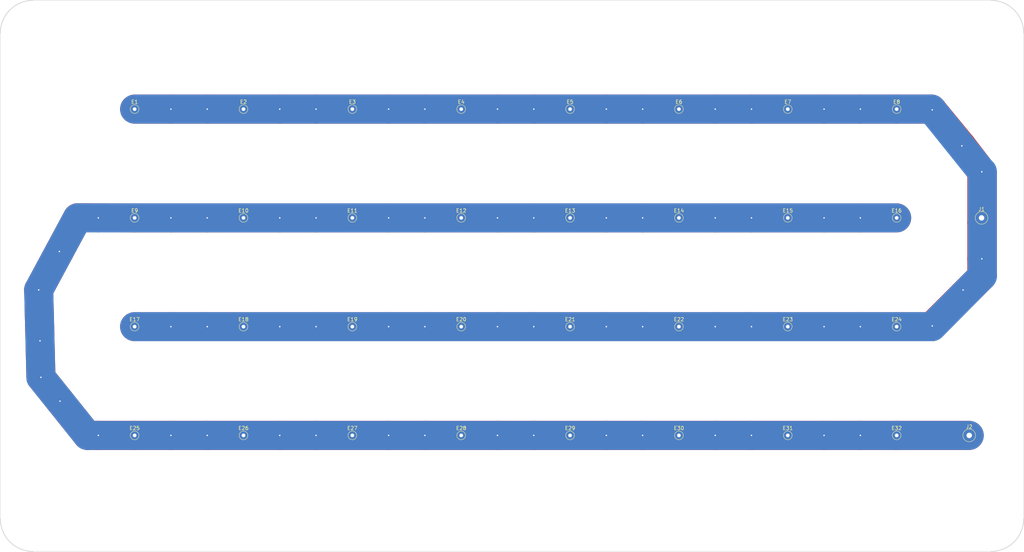
<source format=kicad_pcb>
(kicad_pcb (version 20211014) (generator pcbnew)
  (layers (0 "F.Cu" signal) (31 "B.Cu" signal) (34 "B.Paste" user) (35 "F.Paste" user) (36 "B.SilkS" user "B.Silkscreen") (37 "F.SilkS" user "F.Silkscreen") (38 "B.Mask" user) (39 "F.Mask" user) (44 "Edge.Cuts" user))
  (net 0 "")
  (net 1 "/HV_POS")
  (net 2 "/HV_NEG")
  (footprint "TestPoint:TestPoint_THTPad_D2.0mm_Drill1.0mm" (layer "F.Cu") (at 217 60)
    (fp_text reference "E6" (at 0 -1.998) (layer "F.SilkS"))
    (fp_text value "TestPoint")
    (fp_circle (center 0 0) (end 0 1.2) (layer "F.SilkS") (width 0.12) (fill none))
    (pad "1" thru_hole circle (at 0 0) (size 2 2) (drill 1) (layers *.Cu *.Mask) (net 1 "/HV_POS"))
  )
  (footprint "TestPoint:TestPoint_THTPad_D2.0mm_Drill1.0mm" (layer "F.Cu") (at 67 90)
    (fp_text reference "E9" (at 0 -1.998) (layer "F.SilkS"))
    (fp_text value "TestPoint")
    (fp_circle (center 0 0) (end 0 1.2) (layer "F.SilkS") (width 0.12) (fill none))
    (pad "1" thru_hole circle (at 0 0) (size 2 2) (drill 1) (layers *.Cu *.Mask) (net 2 "/HV_NEG"))
  )
  (footprint "TestPoint:TestPoint_THTPad_D2.0mm_Drill1.0mm" (layer "F.Cu") (at 247 90)
    (fp_text reference "E15" (at 0 -1.998) (layer "F.SilkS"))
    (fp_text value "TestPoint")
    (fp_circle (center 0 0) (end 0 1.2) (layer "F.SilkS") (width 0.12) (fill none))
    (pad "1" thru_hole circle (at 0 0) (size 2 2) (drill 1) (layers *.Cu *.Mask) (net 2 "/HV_NEG"))
  )
  (footprint "TestPoint:TestPoint_THTPad_D2.0mm_Drill1.0mm" (layer "F.Cu") (at 187 150)
    (fp_text reference "E29" (at 0 -1.998) (layer "F.SilkS"))
    (fp_text value "TestPoint")
    (fp_circle (center 0 0) (end 0 1.2) (layer "F.SilkS") (width 0.12) (fill none))
    (pad "1" thru_hole circle (at 0 0) (size 2 2) (drill 1) (layers *.Cu *.Mask) (net 2 "/HV_NEG"))
  )
  (footprint "TestPoint:TestPoint_THTPad_D2.0mm_Drill1.0mm" (layer "F.Cu") (at 217 90)
    (fp_text reference "E14" (at 0 -1.998) (layer "F.SilkS"))
    (fp_text value "TestPoint")
    (fp_circle (center 0 0) (end 0 1.2) (layer "F.SilkS") (width 0.12) (fill none))
    (pad "1" thru_hole circle (at 0 0) (size 2 2) (drill 1) (layers *.Cu *.Mask) (net 2 "/HV_NEG"))
  )
  (footprint "TestPoint:TestPoint_THTPad_D3.0mm_Drill1.5mm" (layer "F.Cu") (at 297 150)
    (fp_text reference "J2" (at 0 -2.398) (layer "F.SilkS"))
    (fp_text value "TestPoint")
    (fp_circle (center 0 0) (end 0 1.75) (layer "F.SilkS") (width 0.12) (fill none))
    (pad "1" thru_hole circle (at 0 0) (size 3 3) (drill 1.5) (layers *.Cu *.Mask) (net 2 "/HV_NEG"))
  )
  (footprint "TestPoint:TestPoint_THTPad_D2.0mm_Drill1.0mm" (layer "F.Cu") (at 277 120)
    (fp_text reference "E24" (at 0 -1.998) (layer "F.SilkS"))
    (fp_text value "TestPoint")
    (fp_circle (center 0 0) (end 0 1.2) (layer "F.SilkS") (width 0.12) (fill none))
    (pad "1" thru_hole circle (at 0 0) (size 2 2) (drill 1) (layers *.Cu *.Mask) (net 1 "/HV_POS"))
  )
  (footprint "TestPoint:TestPoint_THTPad_D2.0mm_Drill1.0mm" (layer "F.Cu") (at 97 120)
    (fp_text reference "E18" (at 0 -1.998) (layer "F.SilkS"))
    (fp_text value "TestPoint")
    (fp_circle (center 0 0) (end 0 1.2) (layer "F.SilkS") (width 0.12) (fill none))
    (pad "1" thru_hole circle (at 0 0) (size 2 2) (drill 1) (layers *.Cu *.Mask) (net 1 "/HV_POS"))
  )
  (footprint "TestPoint:TestPoint_THTPad_D2.0mm_Drill1.0mm" (layer "F.Cu") (at 127 90)
    (fp_text reference "E11" (at 0 -1.998) (layer "F.SilkS"))
    (fp_text value "TestPoint")
    (fp_circle (center 0 0) (end 0 1.2) (layer "F.SilkS") (width 0.12) (fill none))
    (pad "1" thru_hole circle (at 0 0) (size 2 2) (drill 1) (layers *.Cu *.Mask) (net 2 "/HV_NEG"))
  )
  (footprint "TestPoint:TestPoint_THTPad_D2.0mm_Drill1.0mm" (layer "F.Cu") (at 247 120)
    (fp_text reference "E23" (at 0 -1.998) (layer "F.SilkS"))
    (fp_text value "TestPoint")
    (fp_circle (center 0 0) (end 0 1.2) (layer "F.SilkS") (width 0.12) (fill none))
    (pad "1" thru_hole circle (at 0 0) (size 2 2) (drill 1) (layers *.Cu *.Mask) (net 1 "/HV_POS"))
  )
  (footprint "TestPoint:TestPoint_THTPad_D2.0mm_Drill1.0mm" (layer "F.Cu") (at 157 90)
    (fp_text reference "E12" (at 0 -1.998) (layer "F.SilkS"))
    (fp_text value "TestPoint")
    (fp_circle (center 0 0) (end 0 1.2) (layer "F.SilkS") (width 0.12) (fill none))
    (pad "1" thru_hole circle (at 0 0) (size 2 2) (drill 1) (layers *.Cu *.Mask) (net 2 "/HV_NEG"))
  )
  (footprint "TestPoint:TestPoint_THTPad_D3.0mm_Drill1.5mm" (layer "F.Cu") (at 300.398402 90)
    (fp_text reference "J1" (at 0 -2.398) (layer "F.SilkS"))
    (fp_text value "TestPoint")
    (fp_circle (center 0 0) (end 0 1.75) (layer "F.SilkS") (width 0.12) (fill none))
    (pad "1" thru_hole circle (at 0 0) (size 3 3) (drill 1.5) (layers *.Cu *.Mask) (net 1 "/HV_POS"))
  )
  (footprint "TestPoint:TestPoint_THTPad_D2.0mm_Drill1.0mm" (layer "F.Cu") (at 157 60)
    (fp_text reference "E4" (at 0 -1.998) (layer "F.SilkS"))
    (fp_text value "TestPoint")
    (fp_circle (center 0 0) (end 0 1.2) (layer "F.SilkS") (width 0.12) (fill none))
    (pad "1" thru_hole circle (at 0 0) (size 2 2) (drill 1) (layers *.Cu *.Mask) (net 1 "/HV_POS"))
  )
  (footprint "TestPoint:TestPoint_THTPad_D2.0mm_Drill1.0mm" (layer "F.Cu") (at 67 60)
    (fp_text reference "E1" (at 0 -1.998) (layer "F.SilkS"))
    (fp_text value "TestPoint")
    (fp_circle (center 0 0) (end 0 1.2) (layer "F.SilkS") (width 0.12) (fill none))
    (pad "1" thru_hole circle (at 0 0) (size 2 2) (drill 1) (layers *.Cu *.Mask) (net 1 "/HV_POS"))
  )
  (footprint "TestPoint:TestPoint_THTPad_D2.0mm_Drill1.0mm" (layer "F.Cu") (at 97 90)
    (fp_text reference "E10" (at 0 -1.998) (layer "F.SilkS"))
    (fp_text value "TestPoint")
    (fp_circle (center 0 0) (end 0 1.2) (layer "F.SilkS") (width 0.12) (fill none))
    (pad "1" thru_hole circle (at 0 0) (size 2 2) (drill 1) (layers *.Cu *.Mask) (net 2 "/HV_NEG"))
  )
  (footprint "TestPoint:TestPoint_THTPad_D2.0mm_Drill1.0mm" (layer "F.Cu") (at 277 150)
    (fp_text reference "E32" (at 0 -1.998) (layer "F.SilkS"))
    (fp_text value "TestPoint")
    (fp_circle (center 0 0) (end 0 1.2) (layer "F.SilkS") (width 0.12) (fill none))
    (pad "1" thru_hole circle (at 0 0) (size 2 2) (drill 1) (layers *.Cu *.Mask) (net 2 "/HV_NEG"))
  )
  (footprint "TestPoint:TestPoint_THTPad_D2.0mm_Drill1.0mm" (layer "F.Cu") (at 217 120)
    (fp_text reference "E22" (at 0 -1.998) (layer "F.SilkS"))
    (fp_text value "TestPoint")
    (fp_circle (center 0 0) (end 0 1.2) (layer "F.SilkS") (width 0.12) (fill none))
    (pad "1" thru_hole circle (at 0 0) (size 2 2) (drill 1) (layers *.Cu *.Mask) (net 1 "/HV_POS"))
  )
  (footprint "TestPoint:TestPoint_THTPad_D2.0mm_Drill1.0mm" (layer "F.Cu") (at 217 150)
    (fp_text reference "E30" (at 0 -1.998) (layer "F.SilkS"))
    (fp_text value "TestPoint")
    (fp_circle (center 0 0) (end 0 1.2) (layer "F.SilkS") (width 0.12) (fill none))
    (pad "1" thru_hole circle (at 0 0) (size 2 2) (drill 1) (layers *.Cu *.Mask) (net 2 "/HV_NEG"))
  )
  (footprint "TestPoint:TestPoint_THTPad_D2.0mm_Drill1.0mm" (layer "F.Cu") (at 67 150)
    (fp_text reference "E25" (at 0 -1.998) (layer "F.SilkS"))
    (fp_text value "TestPoint")
    (fp_circle (center 0 0) (end 0 1.2) (layer "F.SilkS") (width 0.12) (fill none))
    (pad "1" thru_hole circle (at 0 0) (size 2 2) (drill 1) (layers *.Cu *.Mask) (net 2 "/HV_NEG"))
  )
  (footprint "TestPoint:TestPoint_THTPad_D2.0mm_Drill1.0mm" (layer "F.Cu") (at 127 120)
    (fp_text reference "E19" (at 0 -1.998) (layer "F.SilkS"))
    (fp_text value "TestPoint")
    (fp_circle (center 0 0) (end 0 1.2) (layer "F.SilkS") (width 0.12) (fill none))
    (pad "1" thru_hole circle (at 0 0) (size 2 2) (drill 1) (layers *.Cu *.Mask) (net 1 "/HV_POS"))
  )
  (footprint "TestPoint:TestPoint_THTPad_D2.0mm_Drill1.0mm" (layer "F.Cu") (at 187 60)
    (fp_text reference "E5" (at 0 -1.998) (layer "F.SilkS"))
    (fp_text value "TestPoint")
    (fp_circle (center 0 0) (end 0 1.2) (layer "F.SilkS") (width 0.12) (fill none))
    (pad "1" thru_hole circle (at 0 0) (size 2 2) (drill 1) (layers *.Cu *.Mask) (net 1 "/HV_POS"))
  )
  (footprint "TestPoint:TestPoint_THTPad_D2.0mm_Drill1.0mm" (layer "F.Cu") (at 157 150)
    (fp_text reference "E28" (at 0 -1.998) (layer "F.SilkS"))
    (fp_text value "TestPoint")
    (fp_circle (center 0 0) (end 0 1.2) (layer "F.SilkS") (width 0.12) (fill none))
    (pad "1" thru_hole circle (at 0 0) (size 2 2) (drill 1) (layers *.Cu *.Mask) (net 2 "/HV_NEG"))
  )
  (footprint "TestPoint:TestPoint_THTPad_D2.0mm_Drill1.0mm" (layer "F.Cu") (at 127 150)
    (fp_text reference "E27" (at 0 -1.998) (layer "F.SilkS"))
    (fp_text value "TestPoint")
    (fp_circle (center 0 0) (end 0 1.2) (layer "F.SilkS") (width 0.12) (fill none))
    (pad "1" thru_hole circle (at 0 0) (size 2 2) (drill 1) (layers *.Cu *.Mask) (net 2 "/HV_NEG"))
  )
  (footprint "TestPoint:TestPoint_THTPad_D2.0mm_Drill1.0mm" (layer "F.Cu") (at 187 90)
    (fp_text reference "E13" (at 0 -1.998) (layer "F.SilkS"))
    (fp_text value "TestPoint")
    (fp_circle (center 0 0) (end 0 1.2) (layer "F.SilkS") (width 0.12) (fill none))
    (pad "1" thru_hole circle (at 0 0) (size 2 2) (drill 1) (layers *.Cu *.Mask) (net 2 "/HV_NEG"))
  )
  (footprint "TestPoint:TestPoint_THTPad_D2.0mm_Drill1.0mm" (layer "F.Cu") (at 67 120)
    (fp_text reference "E17" (at 0 -1.998) (layer "F.SilkS"))
    (fp_text value "TestPoint")
    (fp_circle (center 0 0) (end 0 1.2) (layer "F.SilkS") (width 0.12) (fill none))
    (pad "1" thru_hole circle (at 0 0) (size 2 2) (drill 1) (layers *.Cu *.Mask) (net 1 "/HV_POS"))
  )
  (footprint "TestPoint:TestPoint_THTPad_D2.0mm_Drill1.0mm" (layer "F.Cu") (at 187 120)
    (fp_text reference "E21" (at 0 -1.998) (layer "F.SilkS"))
    (fp_text value "TestPoint")
    (fp_circle (center 0 0) (end 0 1.2) (layer "F.SilkS") (width 0.12) (fill none))
    (pad "1" thru_hole circle (at 0 0) (size 2 2) (drill 1) (layers *.Cu *.Mask) (net 1 "/HV_POS"))
  )
  (footprint "TestPoint:TestPoint_THTPad_D2.0mm_Drill1.0mm" (layer "F.Cu") (at 97 60)
    (fp_text reference "E2" (at 0 -1.998) (layer "F.SilkS"))
    (fp_text value "TestPoint")
    (fp_circle (center 0 0) (end 0 1.2) (layer "F.SilkS") (width 0.12) (fill none))
    (pad "1" thru_hole circle (at 0 0) (size 2 2) (drill 1) (layers *.Cu *.Mask) (net 1 "/HV_POS"))
  )
  (footprint "TestPoint:TestPoint_THTPad_D2.0mm_Drill1.0mm" (layer "F.Cu") (at 127 60)
    (fp_text reference "E3" (at 0 -1.998) (layer "F.SilkS"))
    (fp_text value "TestPoint")
    (fp_circle (center 0 0) (end 0 1.2) (layer "F.SilkS") (width 0.12) (fill none))
    (pad "1" thru_hole circle (at 0 0) (size 2 2) (drill 1) (layers *.Cu *.Mask) (net 1 "/HV_POS"))
  )
  (footprint "TestPoint:TestPoint_THTPad_D2.0mm_Drill1.0mm" (layer "F.Cu") (at 157 120)
    (fp_text reference "E20" (at 0 -1.998) (layer "F.SilkS"))
    (fp_text value "TestPoint")
    (fp_circle (center 0 0) (end 0 1.2) (layer "F.SilkS") (width 0.12) (fill none))
    (pad "1" thru_hole circle (at 0 0) (size 2 2) (drill 1) (layers *.Cu *.Mask) (net 1 "/HV_POS"))
  )
  (footprint "TestPoint:TestPoint_THTPad_D2.0mm_Drill1.0mm" (layer "F.Cu") (at 277 90)
    (fp_text reference "E16" (at 0 -1.998) (layer "F.SilkS"))
    (fp_text value "TestPoint")
    (fp_circle (center 0 0) (end 0 1.2) (layer "F.SilkS") (width 0.12) (fill none))
    (pad "1" thru_hole circle (at 0 0) (size 2 2) (drill 1) (layers *.Cu *.Mask) (net 2 "/HV_NEG"))
  )
  (footprint "TestPoint:TestPoint_THTPad_D2.0mm_Drill1.0mm" (layer "F.Cu") (at 247 150)
    (fp_text reference "E31" (at 0 -1.998) (layer "F.SilkS"))
    (fp_text value "TestPoint")
    (fp_circle (center 0 0) (end 0 1.2) (layer "F.SilkS") (width 0.12) (fill none))
    (pad "1" thru_hole circle (at 0 0) (size 2 2) (drill 1) (layers *.Cu *.Mask) (net 2 "/HV_NEG"))
  )
  (footprint "TestPoint:TestPoint_THTPad_D2.0mm_Drill1.0mm" (layer "F.Cu") (at 97 150)
    (fp_text reference "E26" (at 0 -1.998) (layer "F.SilkS"))
    (fp_text value "TestPoint")
    (fp_circle (center 0 0) (end 0 1.2) (layer "F.SilkS") (width 0.12) (fill none))
    (pad "1" thru_hole circle (at 0 0) (size 2 2) (drill 1) (layers *.Cu *.Mask) (net 2 "/HV_NEG"))
  )
  (footprint "TestPoint:TestPoint_THTPad_D2.0mm_Drill1.0mm" (layer "F.Cu") (at 277 60)
    (fp_text reference "E8" (at 0 -1.998) (layer "F.SilkS"))
    (fp_text value "TestPoint")
    (fp_circle (center 0 0) (end 0 1.2) (layer "F.SilkS") (width 0.12) (fill none))
    (pad "1" thru_hole circle (at 0 0) (size 2 2) (drill 1) (layers *.Cu *.Mask) (net 1 "/HV_POS"))
  )
  (footprint "TestPoint:TestPoint_THTPad_D2.0mm_Drill1.0mm" (layer "F.Cu") (at 247 60)
    (fp_text reference "E7" (at 0 -1.998) (layer "F.SilkS"))
    (fp_text value "TestPoint")
    (fp_circle (center 0 0) (end 0 1.2) (layer "F.SilkS") (width 0.12) (fill none))
    (pad "1" thru_hole circle (at 0 0) (size 2 2) (drill 1) (layers *.Cu *.Mask) (net 1 "/HV_POS"))
  )
  (gr_line (start 39 182) (end 303 182) (layer "Edge.Cuts") (width 0.1))
  (gr_arc (start 303 30) (mid 309.363961 32.636039) (end 312 39) (layer "Edge.Cuts") (width 0.2))
  (gr_arc (start 30 39) (mid 32.636039 32.636039) (end 39 30) (layer "Edge.Cuts") (width 0.2))
  (gr_line (start 30 173) (end 30 39) (layer "Edge.Cuts") (width 0.1))
  (gr_arc (start 39 182) (mid 32.636039 179.363961) (end 30 173) (layer "Edge.Cuts") (width 0.2))
  (gr_line (start 312 39) (end 312 173) (layer "Edge.Cuts") (width 0.1))
  (gr_arc (start 312 173) (mid 309.363961 179.363961) (end 303 182) (layer "Edge.Cuts") (width 0.2))
  (gr_line (start 39 30) (end 303 30) (layer "Edge.Cuts") (width 0.1))
  (segment (start 107 120) (end 87 120) (width 8) (layer "F.Cu") (net 1))
  (segment (start 286.5973 120) (end 277 120) (width 8) (layer "F.Cu") (net 1))
  (segment (start 300.478589 77.289753) (end 300.478589 91.289753) (width 8) (layer "F.Cu") (net 1))
  (segment (start 294.967518 70.128997) (end 300.478589 77.289753) (width 8) (layer "F.Cu") (net 1))
  (segment (start 207 60) (end 227 60) (width 8) (layer "F.Cu") (net 1))
  (segment (start 267 120) (end 257 120) (width 8) (layer "F.Cu") (net 1))
  (segment (start 237 120) (end 227 120) (width 8) (layer "F.Cu") (net 1))
  (segment (start 227 120) (end 207 120) (width 8) (layer "F.Cu") (net 1))
  (segment (start 300.478589 106.123165) (end 300.478589 101.289753) (width 8) (layer "F.Cu") (net 1))
  (segment (start 67 60) (end 77 60) (width 8) (layer "F.Cu") (net 1))
  (segment (start 147 120) (end 137 120) (width 8) (layer "F.Cu") (net 1))
  (segment (start 137 120) (end 117 120) (width 8) (layer "F.Cu") (net 1))
  (segment (start 197 120) (end 177 120) (width 8) (layer "F.Cu") (net 1))
  (segment (start 167 60) (end 177 60) (width 8) (layer "F.Cu") (net 1))
  (segment (start 267 60) (end 277 60) (width 8) (layer "F.Cu") (net 1))
  (segment (start 286.800877 119.800877) (end 300.478589 106.123165) (width 8) (layer "F.Cu") (net 1))
  (segment (start 147 60) (end 167 60) (width 8) (layer "F.Cu") (net 1))
  (segment (start 197 60) (end 207 60) (width 8) (layer "F.Cu") (net 1))
  (segment (start 177 60) (end 197 60) (width 8) (layer "F.Cu") (net 1))
  (segment (start 257 60) (end 267 60) (width 8) (layer "F.Cu") (net 1))
  (segment (start 117 120) (end 107 120) (width 8) (layer "F.Cu") (net 1))
  (segment (start 277 120) (end 267 120) (width 8) (layer "F.Cu") (net 1))
  (segment (start 77 120) (end 67 120) (width 8) (layer "F.Cu") (net 1))
  (segment (start 77 60) (end 87 60) (width 8) (layer "F.Cu") (net 1))
  (segment (start 117 60) (end 137 60) (width 8) (layer "F.Cu") (net 1))
  (segment (start 257 120) (end 237 120) (width 8) (layer "F.Cu") (net 1))
  (segment (start 107 60) (end 117 60) (width 8) (layer "F.Cu") (net 1))
  (segment (start 237 60) (end 257 60) (width 8) (layer "F.Cu") (net 1))
  (segment (start 286.5973 60) (end 286.800877 60.199123) (width 8) (layer "F.Cu") (net 1))
  (segment (start 207 120) (end 197 120) (width 8) (layer "F.Cu") (net 1))
  (segment (start 300.478589 91.289753) (end 300.478589 101.289753) (width 8) (layer "F.Cu") (net 1))
  (segment (start 87 120) (end 77 120) (width 8) (layer "F.Cu") (net 1))
  (segment (start 137 60) (end 147 60) (width 8) (layer "F.Cu") (net 1))
  (segment (start 177 120) (end 167 120) (width 8) (layer "F.Cu") (net 1))
  (segment (start 286.800877 60.199123) (end 294.967518 70.128997) (width 8) (layer "F.Cu") (net 1))
  (segment (start 277 60) (end 286.5973 60) (width 8) (layer "F.Cu") (net 1))
  (segment (start 227 60) (end 237 60) (width 8) (layer "F.Cu") (net 1))
  (segment (start 87 60) (end 107 60) (width 8) (layer "F.Cu") (net 1))
  (segment (start 167 120) (end 147 120) (width 8) (layer "F.Cu") (net 1))
  (segment (start 286.800877 119.800877) (end 286.5973 120) (width 8) (layer "F.Cu") (net 1))
  (via (at 147 120) (size 0.8) (drill 0.4) (layers "F.Cu" "B.Cu") (net 1))
  (via (at 267 120) (size 0.8) (drill 0.4) (layers "F.Cu" "B.Cu") (net 1))
  (via (at 237 60) (size 0.8) (drill 0.4) (layers "F.Cu" "B.Cu") (net 1))
  (via (at 87 60) (size 0.8) (drill 0.4) (layers "F.Cu" "B.Cu") (net 1))
  (via (at 295.303765 109.883597) (size 0.8) (drill 0.4) (layers "F.Cu" "B.Cu") (net 1))
  (via (at 227 60) (size 0.8) (drill 0.4) (layers "F.Cu" "B.Cu") (net 1))
  (via (at 286.800877 60.199123) (size 0.8) (drill 0.4) (layers "F.Cu" "B.Cu") (net 1))
  (via (at 177 60) (size 0.8) (drill 0.4) (layers "F.Cu" "B.Cu") (net 1))
  (via (at 147 60) (size 0.8) (drill 0.4) (layers "F.Cu" "B.Cu") (net 1))
  (via (at 77 120) (size 0.8) (drill 0.4) (layers "F.Cu" "B.Cu") (net 1))
  (via (at 300.478589 77.289753) (size 0.8) (drill 0.4) (layers "F.Cu" "B.Cu") (net 1))
  (via (at 300.478589 101.289753) (size 0.8) (drill 0.4) (layers "F.Cu" "B.Cu") (net 1))
  (via (at 197 60) (size 0.8) (drill 0.4) (layers "F.Cu" "B.Cu") (net 1))
  (via (at 117 120) (size 0.8) (drill 0.4) (layers "F.Cu" "B.Cu") (net 1))
  (via (at 107 60) (size 0.8) (drill 0.4) (layers "F.Cu" "B.Cu") (net 1))
  (via (at 257 60) (size 0.8) (drill 0.4) (layers "F.Cu" "B.Cu") (net 1))
  (via (at 177 120) (size 0.8) (drill 0.4) (layers "F.Cu" "B.Cu") (net 1))
  (via (at 207 120) (size 0.8) (drill 0.4) (layers "F.Cu" "B.Cu") (net 1))
  (via (at 294.967518 70.128997) (size 0.8) (drill 0.4) (layers "F.Cu" "B.Cu") (net 1))
  (via (at 227 120) (size 0.8) (drill 0.4) (layers "F.Cu" "B.Cu") (net 1))
  (via (at 77 60) (size 0.8) (drill 0.4) (layers "F.Cu" "B.Cu") (net 1))
  (via (at 267 60) (size 0.8) (drill 0.4) (layers "F.Cu" "B.Cu") (net 1))
  (via (at 207 60) (size 0.8) (drill 0.4) (layers "F.Cu" "B.Cu") (net 1))
  (via (at 167 60) (size 0.8) (drill 0.4) (layers "F.Cu" "B.Cu") (net 1))
  (via (at 87 120) (size 0.8) (drill 0.4) (layers "F.Cu" "B.Cu") (net 1))
  (via (at 117 60) (size 0.8) (drill 0.4) (layers "F.Cu" "B.Cu") (net 1))
  (via (at 137 120) (size 0.8) (drill 0.4) (layers "F.Cu" "B.Cu") (net 1))
  (via (at 257 120) (size 0.8) (drill 0.4) (layers "F.Cu" "B.Cu") (net 1))
  (via (at 167 120) (size 0.8) (drill 0.4) (layers "F.Cu" "B.Cu") (net 1))
  (via (at 137 60) (size 0.8) (drill 0.4) (layers "F.Cu" "B.Cu") (net 1))
  (via (at 286.800877 119.800877) (size 0.8) (drill 0.4) (layers "F.Cu" "B.Cu") (net 1))
  (via (at 107 120) (size 0.8) (drill 0.4) (layers "F.Cu" "B.Cu") (net 1))
  (via (at 197 120) (size 0.8) (drill 0.4) (layers "F.Cu" "B.Cu") (net 1))
  (via (at 237 120) (size 0.8) (drill 0.4) (layers "F.Cu" "B.Cu") (net 1))
  (segment (start 300.638961 105.957033) (end 299.917286 106.678708) (width 8) (layer "B.Cu") (net 1))
  (segment (start 299.917286 106.678708) (end 286.757672 120.016486) (width 8) (layer "B.Cu") (net 1))
  (segment (start 286.5973 120) (end 67 120) (width 8) (layer "B.Cu") (net 1))
  (segment (start 300.638961 77.306239) (end 300.638961 105.957033) (width 8) (layer "B.Cu") (net 1))
  (segment (start 286.5973 60) (end 300.478589 77.289753) (width 8) (layer "B.Cu") (net 1))
  (segment (start 67 60) (end 286.5973 60) (width 8) (layer "B.Cu") (net 1))
  (segment (start 147 150) (end 167 150) (width 8) (layer "F.Cu") (net 2))
  (segment (start 67 150) (end 77 150) (width 8) (layer "F.Cu") (net 2))
  (segment (start 67 90) (end 77 90) (width 8) (layer "F.Cu") (net 2))
  (segment (start 197 150) (end 207 150) (width 8) (layer "F.Cu") (net 2))
  (segment (start 107 150) (end 117 150) (width 8) (layer "F.Cu") (net 2))
  (segment (start 207 90) (end 227 90) (width 8) (layer "F.Cu") (net 2))
  (segment (start 40.565482 109.862821) (end 40.923722 123.923722) (width 8) (layer "F.Cu") (net 2))
  (segment (start 197 90) (end 207 90) (width 8) (layer "F.Cu") (net 2))
  (segment (start 177 90) (end 197 90) (width 8) (layer "F.Cu") (net 2))
  (segment (start 46.264834 99.264834) (end 40.565482 109.862821) (width 8) (layer "F.Cu") (net 2))
  (segment (start 257 150) (end 267 150) (width 8) (layer "F.Cu") (net 2))
  (segment (start 137 90) (end 147 90) (width 8) (layer "F.Cu") (net 2))
  (segment (start 227 150) (end 237 150) (width 8) (layer "F.Cu") (net 2))
  (segment (start 87 90) (end 107 90) (width 8) (layer "F.Cu") (net 2))
  (segment (start 227 90) (end 237 90) (width 8) (layer "F.Cu") (net 2))
  (segment (start 57 150) (end 67 150) (width 8) (layer "F.Cu") (net 2))
  (segment (start 277 150) (end 297 150) (width 8) (layer "F.Cu") (net 2))
  (segment (start 237 90) (end 257 90) (width 8) (layer "F.Cu") (net 2))
  (segment (start 107 90) (end 117 90) (width 8) (layer "F.Cu") (net 2))
  (segment (start 117 90) (end 137 90) (width 8) (layer "F.Cu") (net 2))
  (segment (start 40.923722 123.923722) (end 41.179857 133.977019) (width 8) (layer "F.Cu") (net 2))
  (segment (start 51.247247 90) (end 46.264834 99.264834) (width 8) (layer "F.Cu") (net 2))
  (segment (start 267 90) (end 277 90) (width 8) (layer "F.Cu") (net 2))
  (segment (start 87 150) (end 107 150) (width 8) (layer "F.Cu") (net 2))
  (segment (start 147 90) (end 167 90) (width 8) (layer "F.Cu") (net 2))
  (segment (start 237 150) (end 257 150) (width 8) (layer "F.Cu") (net 2))
  (segment (start 77 150) (end 87 150) (width 8) (layer "F.Cu") (net 2))
  (segment (start 54 150) (end 57 150) (width 8) (layer "F.Cu") (net 2))
  (segment (start 46.443869 140.556131) (end 54 150) (width 8) (layer "F.Cu") (net 2))
  (segment (start 267 150) (end 277 150) (width 8) (layer "F.Cu") (net 2))
  (segment (start 167 150) (end 177 150) (width 8) (layer "F.Cu") (net 2))
  (segment (start 167 90) (end 177 90) (width 8) (layer "F.Cu") (net 2))
  (segment (start 177 150) (end 197 150) (width 8) (layer "F.Cu") (net 2))
  (segment (start 137 150) (end 147 150) (width 8) (layer "F.Cu") (net 2))
  (segment (start 67 90) (end 51.302035 89.945211) (width 8) (layer "F.Cu") (net 2))
  (segment (start 207 150) (end 227 150) (width 8) (layer "F.Cu") (net 2))
  (segment (start 257 90) (end 267 90) (width 8) (layer "F.Cu") (net 2))
  (segment (start 77 90) (end 87 90) (width 8) (layer "F.Cu") (net 2))
  (segment (start 41.179857 133.977019) (end 46.443869 140.556131) (width 8) (layer "F.Cu") (net 2))
  (segment (start 117 150) (end 137 150) (width 8) (layer "F.Cu") (net 2))
  (via (at 177 150) (size 0.8) (drill 0.4) (layers "F.Cu" "B.Cu") (net 2))
  (via (at 117 90) (size 0.8) (drill 0.4) (layers "F.Cu" "B.Cu") (net 2))
  (via (at 77 150) (size 0.8) (drill 0.4) (layers "F.Cu" "B.Cu") (net 2))
  (via (at 167 90) (size 0.8) (drill 0.4) (layers "F.Cu" "B.Cu") (net 2))
  (via (at 197 90) (size 0.8) (drill 0.4) (layers "F.Cu" "B.Cu") (net 2))
  (via (at 267 150) (size 0.8) (drill 0.4) (layers "F.Cu" "B.Cu") (net 2))
  (via (at 40.923722 123.923722) (size 0.8) (drill 0.4) (layers "F.Cu" "B.Cu") (net 2))
  (via (at 207 90) (size 0.8) (drill 0.4) (layers "F.Cu" "B.Cu") (net 2))
  (via (at 107 90) (size 0.8) (drill 0.4) (layers "F.Cu" "B.Cu") (net 2))
  (via (at 177 90) (size 0.8) (drill 0.4) (layers "F.Cu" "B.Cu") (net 2))
  (via (at 207 150) (size 0.8) (drill 0.4) (layers "F.Cu" "B.Cu") (net 2))
  (via (at 41.179857 133.977019) (size 0.8) (drill 0.4) (layers "F.Cu" "B.Cu") (net 2))
  (via (at 227 90) (size 0.8) (drill 0.4) (layers "F.Cu" "B.Cu") (net 2))
  (via (at 237 150) (size 0.8) (drill 0.4) (layers "F.Cu" "B.Cu") (net 2))
  (via (at 147 90) (size 0.8) (drill 0.4) (layers "F.Cu" "B.Cu") (net 2))
  (via (at 137 90) (size 0.8) (drill 0.4) (layers "F.Cu" "B.Cu") (net 2))
  (via (at 57 150) (size 0.8) (drill 0.4) (layers "F.Cu" "B.Cu") (net 2))
  (via (at 137 150) (size 0.8) (drill 0.4) (layers "F.Cu" "B.Cu") (net 2))
  (via (at 257 90) (size 0.8) (drill 0.4) (layers "F.Cu" "B.Cu") (net 2))
  (via (at 46.443869 140.556131) (size 0.8) (drill 0.4) (layers "F.Cu" "B.Cu") (net 2))
  (via (at 117 150) (size 0.8) (drill 0.4) (layers "F.Cu" "B.Cu") (net 2))
  (via (at 87 150) (size 0.8) (drill 0.4) (layers "F.Cu" "B.Cu") (net 2))
  (via (at 237 90) (size 0.8) (drill 0.4) (layers "F.Cu" "B.Cu") (net 2))
  (via (at 46.264834 99.264834) (size 0.8) (drill 0.4) (layers "F.Cu" "B.Cu") (net 2))
  (via (at 147 150) (size 0.8) (drill 0.4) (layers "F.Cu" "B.Cu") (net 2))
  (via (at 57 90) (size 0.8) (drill 0.4) (layers "F.Cu" "B.Cu") (net 2))
  (via (at 227 150) (size 0.8) (drill 0.4) (layers "F.Cu" "B.Cu") (net 2))
  (via (at 77 90) (size 0.8) (drill 0.4) (layers "F.Cu" "B.Cu") (net 2))
  (via (at 107 150) (size 0.8) (drill 0.4) (layers "F.Cu" "B.Cu") (net 2))
  (via (at 197 150) (size 0.8) (drill 0.4) (layers "F.Cu" "B.Cu") (net 2))
  (via (at 257 150) (size 0.8) (drill 0.4) (layers "F.Cu" "B.Cu") (net 2))
  (via (at 267 90) (size 0.8) (drill 0.4) (layers "F.Cu" "B.Cu") (net 2))
  (via (at 167 150) (size 0.8) (drill 0.4) (layers "F.Cu" "B.Cu") (net 2))
  (via (at 87 90) (size 0.8) (drill 0.4) (layers "F.Cu" "B.Cu") (net 2))
  (via (at 40.565482 109.862821) (size 0.8) (drill 0.4) (layers "F.Cu" "B.Cu") (net 2))
  (segment (start 41.179857 133.977019) (end 54 150) (width 8) (layer "B.Cu") (net 2))
  (segment (start 277 90) (end 57 90) (width 8) (layer "B.Cu") (net 2))
  (segment (start 277 150) (end 297 150) (width 8) (layer "B.Cu") (net 2))
  (segment (start 51.247247 90) (end 40.565482 109.862821) (width 8) (layer "B.Cu") (net 2))
  (segment (start 54 150) (end 277 150) (width 8) (layer "B.Cu") (net 2))
  (segment (start 40.565482 109.862821) (end 41.179857 133.977019) (width 8) (layer "B.Cu") (net 2))
  (segment (start 57 90) (end 51.411765 90) (width 8) (layer "B.Cu") (net 2))
)
</source>
